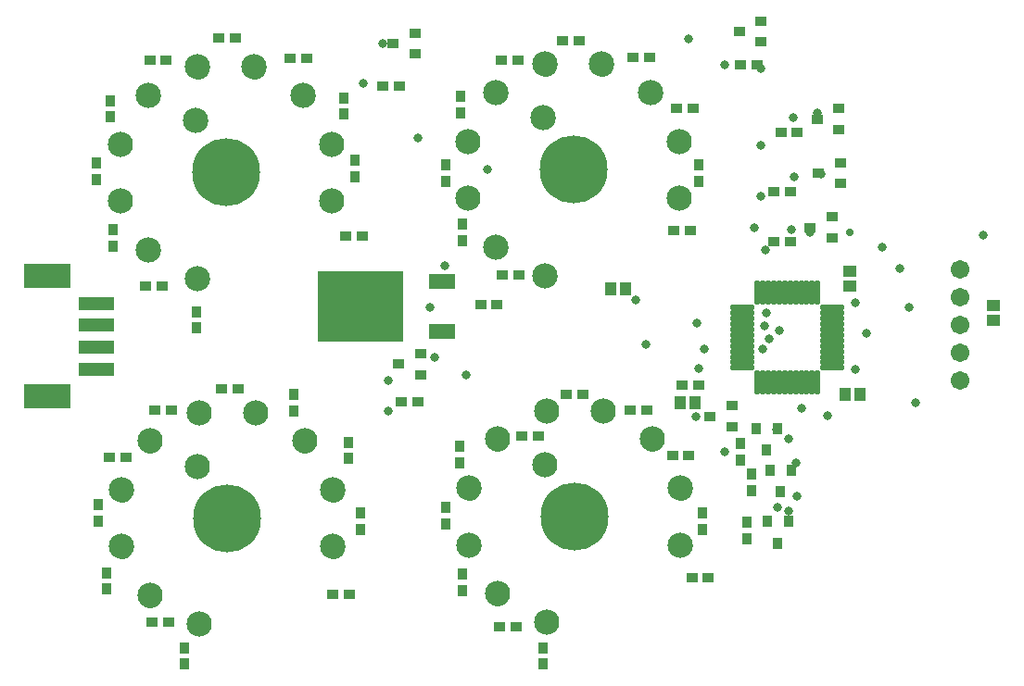
<source format=gbs>
G04*
G04 #@! TF.GenerationSoftware,Altium Limited,Altium Designer,19.0.14 (431)*
G04*
G04 Layer_Color=16711935*
%FSLAX25Y25*%
%MOIN*%
G70*
G01*
G75*
%ADD12C,0.00000*%
%ADD14R,0.03753X0.03950*%
%ADD15R,0.03950X0.03753*%
%ADD16R,0.03556X0.04343*%
%ADD20C,0.24422*%
%ADD21C,0.09068*%
%ADD22C,0.06706*%
%ADD23C,0.03162*%
%ADD24C,0.02800*%
%ADD46R,0.12611X0.04737*%
%ADD47R,0.16548X0.08674*%
%ADD48R,0.04343X0.04737*%
%ADD49O,0.01981X0.09068*%
%ADD50O,0.09068X0.01981*%
%ADD51R,0.04343X0.03556*%
%ADD52R,0.04737X0.04343*%
%ADD53R,0.30800X0.25800*%
%ADD54R,0.09461X0.05524*%
D12*
X-32837Y42810D02*
X-32957Y43799D01*
X-33311Y44731D01*
X-33877Y45552D01*
X-34623Y46212D01*
X-35505Y46676D01*
X-36473Y46914D01*
X-37470D01*
X-38437Y46676D01*
X-39320Y46212D01*
X-40066Y45552D01*
X-40632Y44731D01*
X-40985Y43799D01*
X-41105Y42810D01*
X-40985Y41821D01*
X-40632Y40889D01*
X-40066Y40069D01*
X-39320Y39408D01*
X-38437Y38945D01*
X-37470Y38706D01*
X-36473D01*
X-35505Y38945D01*
X-34623Y39408D01*
X-33877Y40069D01*
X-33311Y40889D01*
X-32957Y41821D01*
X-32837Y42810D01*
X-32837Y63190D02*
X-32957Y64179D01*
X-33310Y65111D01*
X-33877Y65931D01*
X-34622Y66592D01*
X-35505Y67055D01*
X-36473Y67294D01*
X-37469D01*
X-38437Y67055D01*
X-39319Y66592D01*
X-40065Y65931D01*
X-40631Y65111D01*
X-40985Y64179D01*
X-41105Y63190D01*
X-40985Y62200D01*
X-40631Y61269D01*
X-40065Y60448D01*
X-39319Y59787D01*
X-38437Y59324D01*
X-37469Y59086D01*
X-36473D01*
X-35505Y59324D01*
X-34622Y59787D01*
X-33877Y60448D01*
X-33310Y61269D01*
X-32957Y62200D01*
X-32837Y63190D01*
X-43027Y80839D02*
X-43147Y81829D01*
X-43500Y82761D01*
X-44067Y83581D01*
X-44813Y84241D01*
X-45695Y84705D01*
X-46663Y84943D01*
X-47659D01*
X-48627Y84705D01*
X-49509Y84241D01*
X-50255Y83581D01*
X-50821Y82761D01*
X-51175Y81829D01*
X-51295Y80839D01*
X-51175Y79850D01*
X-50821Y78918D01*
X-50255Y78098D01*
X-49509Y77437D01*
X-48627Y76974D01*
X-47659Y76735D01*
X-46663D01*
X-45695Y76974D01*
X-44813Y77437D01*
X-44067Y78098D01*
X-43500Y78918D01*
X-43147Y79850D01*
X-43027Y80839D01*
X-81693Y71753D02*
X-81813Y72742D01*
X-82166Y73674D01*
X-82733Y74494D01*
X-83479Y75155D01*
X-84361Y75618D01*
X-85329Y75857D01*
X-86325D01*
X-87293Y75618D01*
X-88175Y75155D01*
X-88921Y74494D01*
X-89487Y73674D01*
X-89841Y72742D01*
X-89961Y71753D01*
X-89841Y70764D01*
X-89487Y69832D01*
X-88921Y69011D01*
X-88175Y68351D01*
X-87293Y67888D01*
X-86325Y67649D01*
X-85329D01*
X-84361Y67888D01*
X-83479Y68351D01*
X-82733Y69012D01*
X-82166Y69832D01*
X-81813Y70764D01*
X-81693Y71753D01*
X-60676Y91029D02*
X-60796Y92018D01*
X-61150Y92950D01*
X-61716Y93770D01*
X-62462Y94431D01*
X-63344Y94894D01*
X-64312Y95133D01*
X-65308D01*
X-66276Y94894D01*
X-67159Y94431D01*
X-67905Y93770D01*
X-68471Y92950D01*
X-68824Y92018D01*
X-68944Y91029D01*
X-68824Y90039D01*
X-68471Y89108D01*
X-67905Y88287D01*
X-67159Y87627D01*
X-66276Y87163D01*
X-65308Y86925D01*
X-64312D01*
X-63344Y87163D01*
X-62462Y87627D01*
X-61716Y88287D01*
X-61150Y89108D01*
X-60796Y90039D01*
X-60676Y91029D01*
X-81056Y91029D02*
X-81176Y92018D01*
X-81529Y92950D01*
X-82095Y93770D01*
X-82841Y94431D01*
X-83724Y94894D01*
X-84691Y95133D01*
X-85688D01*
X-86656Y94894D01*
X-87538Y94431D01*
X-88284Y93770D01*
X-88850Y92950D01*
X-89204Y92018D01*
X-89324Y91029D01*
X-89204Y90040D01*
X-88850Y89108D01*
X-88284Y88288D01*
X-87538Y87627D01*
X-86656Y87164D01*
X-85688Y86925D01*
X-84691D01*
X-83724Y87164D01*
X-82841Y87627D01*
X-82095Y88288D01*
X-81529Y89108D01*
X-81176Y90040D01*
X-81056Y91029D01*
X-98705Y80839D02*
X-98825Y81828D01*
X-99179Y82760D01*
X-99745Y83580D01*
X-100491Y84241D01*
X-101373Y84704D01*
X-102341Y84943D01*
X-103338D01*
X-104305Y84704D01*
X-105188Y84241D01*
X-105934Y83580D01*
X-106500Y82760D01*
X-106853Y81828D01*
X-106973Y80839D01*
X-106853Y79850D01*
X-106500Y78918D01*
X-105934Y78098D01*
X-105188Y77437D01*
X-104305Y76974D01*
X-103338Y76735D01*
X-102341D01*
X-101373Y76974D01*
X-100491Y77437D01*
X-99745Y78098D01*
X-99179Y78918D01*
X-98825Y79850D01*
X-98705Y80839D01*
X-108895Y63190D02*
X-109015Y64179D01*
X-109368Y65111D01*
X-109934Y65931D01*
X-110680Y66592D01*
X-111563Y67055D01*
X-112531Y67294D01*
X-113527D01*
X-114495Y67055D01*
X-115377Y66592D01*
X-116123Y65931D01*
X-116689Y65111D01*
X-117043Y64179D01*
X-117163Y63190D01*
X-117043Y62200D01*
X-116689Y61269D01*
X-116123Y60448D01*
X-115377Y59788D01*
X-114495Y59324D01*
X-113527Y59086D01*
X-112531D01*
X-111563Y59324D01*
X-110680Y59788D01*
X-109934Y60448D01*
X-109368Y61269D01*
X-109015Y62200D01*
X-108895Y63190D01*
X-108895Y42810D02*
X-109015Y43800D01*
X-109369Y44732D01*
X-109935Y45552D01*
X-110681Y46213D01*
X-111563Y46676D01*
X-112531Y46914D01*
X-113527D01*
X-114495Y46676D01*
X-115377Y46213D01*
X-116123Y45552D01*
X-116690Y44732D01*
X-117043Y43800D01*
X-117163Y42810D01*
X-117043Y41821D01*
X-116690Y40889D01*
X-116123Y40069D01*
X-115377Y39408D01*
X-114495Y38945D01*
X-113527Y38706D01*
X-112531D01*
X-111563Y38945D01*
X-110681Y39408D01*
X-109935Y40069D01*
X-109369Y40889D01*
X-109015Y41821D01*
X-108895Y42810D01*
X-98705Y25161D02*
X-98825Y26150D01*
X-99179Y27082D01*
X-99745Y27902D01*
X-100491Y28563D01*
X-101373Y29026D01*
X-102341Y29265D01*
X-103337D01*
X-104305Y29026D01*
X-105187Y28563D01*
X-105933Y27902D01*
X-106500Y27082D01*
X-106853Y26150D01*
X-106973Y25161D01*
X-106853Y24171D01*
X-106500Y23239D01*
X-105933Y22419D01*
X-105187Y21758D01*
X-104305Y21295D01*
X-103337Y21057D01*
X-102341D01*
X-101373Y21295D01*
X-100491Y21758D01*
X-99745Y22419D01*
X-99179Y23239D01*
X-98825Y24171D01*
X-98705Y25161D01*
X-81056Y14971D02*
X-81176Y15961D01*
X-81529Y16892D01*
X-82095Y17713D01*
X-82841Y18373D01*
X-83724Y18837D01*
X-84692Y19075D01*
X-85688D01*
X-86656Y18837D01*
X-87538Y18373D01*
X-88284Y17713D01*
X-88850Y16892D01*
X-89204Y15961D01*
X-89324Y14971D01*
X-89204Y13982D01*
X-88850Y13050D01*
X-88284Y12230D01*
X-87538Y11569D01*
X-86656Y11106D01*
X-85688Y10867D01*
X-84692D01*
X-83724Y11106D01*
X-82841Y11569D01*
X-82095Y12230D01*
X-81529Y13050D01*
X-81176Y13982D01*
X-81056Y14971D01*
X92663Y-81029D02*
X92543Y-80039D01*
X92189Y-79108D01*
X91623Y-78287D01*
X90877Y-77627D01*
X89995Y-77163D01*
X89027Y-76925D01*
X88030D01*
X87063Y-77163D01*
X86180Y-77627D01*
X85434Y-78287D01*
X84868Y-79108D01*
X84515Y-80039D01*
X84395Y-81029D01*
X84515Y-82018D01*
X84868Y-82950D01*
X85434Y-83770D01*
X86180Y-84431D01*
X87063Y-84894D01*
X88030Y-85133D01*
X89027D01*
X89995Y-84894D01*
X90877Y-84431D01*
X91623Y-83770D01*
X92189Y-82950D01*
X92543Y-82018D01*
X92663Y-81029D01*
X92663Y-60649D02*
X92543Y-59660D01*
X92190Y-58728D01*
X91623Y-57908D01*
X90877Y-57247D01*
X89995Y-56784D01*
X89027Y-56545D01*
X88031D01*
X87063Y-56784D01*
X86181Y-57247D01*
X85435Y-57908D01*
X84869Y-58728D01*
X84515Y-59660D01*
X84395Y-60649D01*
X84515Y-61639D01*
X84869Y-62571D01*
X85435Y-63391D01*
X86181Y-64052D01*
X87063Y-64515D01*
X88031Y-64753D01*
X89027D01*
X89995Y-64515D01*
X90877Y-64052D01*
X91623Y-63391D01*
X92190Y-62571D01*
X92543Y-61639D01*
X92663Y-60649D01*
X82473Y-43000D02*
X82353Y-42010D01*
X82000Y-41078D01*
X81433Y-40258D01*
X80687Y-39597D01*
X79805Y-39134D01*
X78837Y-38896D01*
X77841D01*
X76873Y-39134D01*
X75991Y-39597D01*
X75245Y-40258D01*
X74679Y-41078D01*
X74325Y-42010D01*
X74205Y-43000D01*
X74325Y-43989D01*
X74679Y-44921D01*
X75245Y-45741D01*
X75991Y-46402D01*
X76873Y-46865D01*
X77841Y-47104D01*
X78837D01*
X79805Y-46865D01*
X80687Y-46402D01*
X81433Y-45741D01*
X82000Y-44921D01*
X82353Y-43989D01*
X82473Y-43000D01*
X43807Y-52086D02*
X43687Y-51097D01*
X43334Y-50165D01*
X42767Y-49345D01*
X42021Y-48684D01*
X41139Y-48221D01*
X40171Y-47982D01*
X39175D01*
X38207Y-48221D01*
X37325Y-48684D01*
X36579Y-49345D01*
X36013Y-50165D01*
X35659Y-51097D01*
X35539Y-52086D01*
X35659Y-53075D01*
X36013Y-54007D01*
X36579Y-54827D01*
X37325Y-55488D01*
X38207Y-55951D01*
X39175Y-56190D01*
X40171D01*
X41139Y-55951D01*
X42021Y-55488D01*
X42767Y-54827D01*
X43334Y-54007D01*
X43687Y-53075D01*
X43807Y-52086D01*
X64824Y-32810D02*
X64704Y-31821D01*
X64350Y-30889D01*
X63784Y-30069D01*
X63038Y-29408D01*
X62156Y-28945D01*
X61188Y-28706D01*
X60192D01*
X59224Y-28945D01*
X58341Y-29408D01*
X57595Y-30069D01*
X57029Y-30889D01*
X56676Y-31821D01*
X56556Y-32810D01*
X56676Y-33799D01*
X57029Y-34731D01*
X57595Y-35552D01*
X58341Y-36212D01*
X59224Y-36676D01*
X60192Y-36914D01*
X61188D01*
X62156Y-36676D01*
X63038Y-36212D01*
X63784Y-35552D01*
X64350Y-34731D01*
X64704Y-33799D01*
X64824Y-32810D01*
X44444Y-32810D02*
X44324Y-31821D01*
X43971Y-30889D01*
X43405Y-30069D01*
X42659Y-29408D01*
X41776Y-28945D01*
X40809Y-28706D01*
X39812D01*
X38844Y-28945D01*
X37962Y-29408D01*
X37216Y-30069D01*
X36650Y-30889D01*
X36296Y-31821D01*
X36176Y-32810D01*
X36296Y-33799D01*
X36650Y-34731D01*
X37216Y-35551D01*
X37962Y-36212D01*
X38844Y-36675D01*
X39812Y-36914D01*
X40809D01*
X41776Y-36675D01*
X42659Y-36212D01*
X43405Y-35551D01*
X43971Y-34731D01*
X44324Y-33799D01*
X44444Y-32810D01*
X26795Y-43000D02*
X26675Y-42011D01*
X26321Y-41079D01*
X25755Y-40259D01*
X25009Y-39598D01*
X24127Y-39135D01*
X23159Y-38896D01*
X22162D01*
X21195Y-39135D01*
X20312Y-39598D01*
X19566Y-40259D01*
X19000Y-41079D01*
X18647Y-42011D01*
X18527Y-43000D01*
X18647Y-43989D01*
X19000Y-44921D01*
X19566Y-45741D01*
X20312Y-46402D01*
X21195Y-46865D01*
X22162Y-47104D01*
X23159D01*
X24127Y-46865D01*
X25009Y-46402D01*
X25755Y-45741D01*
X26321Y-44921D01*
X26675Y-43989D01*
X26795Y-43000D01*
X16605Y-60649D02*
X16485Y-59660D01*
X16132Y-58728D01*
X15566Y-57908D01*
X14820Y-57247D01*
X13937Y-56784D01*
X12969Y-56545D01*
X11973D01*
X11005Y-56784D01*
X10123Y-57247D01*
X9377Y-57908D01*
X8811Y-58728D01*
X8457Y-59660D01*
X8337Y-60649D01*
X8457Y-61638D01*
X8811Y-62570D01*
X9377Y-63391D01*
X10123Y-64051D01*
X11005Y-64515D01*
X11973Y-64753D01*
X12969D01*
X13937Y-64515D01*
X14820Y-64051D01*
X15566Y-63391D01*
X16132Y-62570D01*
X16485Y-61638D01*
X16605Y-60649D01*
X16605Y-81029D02*
X16485Y-80039D01*
X16131Y-79107D01*
X15565Y-78287D01*
X14819Y-77627D01*
X13937Y-77163D01*
X12969Y-76925D01*
X11973D01*
X11005Y-77163D01*
X10123Y-77627D01*
X9377Y-78287D01*
X8810Y-79107D01*
X8457Y-80039D01*
X8337Y-81029D01*
X8457Y-82018D01*
X8811Y-82950D01*
X9377Y-83770D01*
X10123Y-84431D01*
X11005Y-84894D01*
X11973Y-85133D01*
X12969D01*
X13937Y-84894D01*
X14819Y-84431D01*
X15565Y-83770D01*
X16131Y-82950D01*
X16485Y-82018D01*
X16605Y-81029D01*
X26795Y-98678D02*
X26675Y-97689D01*
X26321Y-96757D01*
X25755Y-95937D01*
X25009Y-95276D01*
X24127Y-94813D01*
X23159Y-94574D01*
X22163D01*
X21195Y-94813D01*
X20312Y-95276D01*
X19567Y-95937D01*
X19000Y-96757D01*
X18647Y-97689D01*
X18527Y-98678D01*
X18647Y-99668D01*
X19001Y-100600D01*
X19567Y-101420D01*
X20312Y-102081D01*
X21195Y-102544D01*
X22163Y-102782D01*
X23159D01*
X24127Y-102544D01*
X25009Y-102081D01*
X25755Y-101420D01*
X26321Y-100600D01*
X26675Y-99668D01*
X26795Y-98678D01*
X44444Y-108868D02*
X44324Y-107878D01*
X43971Y-106947D01*
X43405Y-106126D01*
X42659Y-105466D01*
X41776Y-105002D01*
X40808Y-104764D01*
X39812D01*
X38844Y-105002D01*
X37962Y-105466D01*
X37216Y-106126D01*
X36650Y-106947D01*
X36296Y-107878D01*
X36176Y-108868D01*
X36296Y-109857D01*
X36650Y-110789D01*
X37216Y-111609D01*
X37962Y-112270D01*
X38844Y-112733D01*
X39812Y-112972D01*
X40808D01*
X41776Y-112733D01*
X42659Y-112270D01*
X43405Y-111609D01*
X43971Y-110789D01*
X44324Y-109857D01*
X44444Y-108868D01*
X-80556Y-109529D02*
X-80676Y-108539D01*
X-81029Y-107608D01*
X-81595Y-106787D01*
X-82341Y-106127D01*
X-83224Y-105663D01*
X-84192Y-105425D01*
X-85188D01*
X-86156Y-105663D01*
X-87038Y-106127D01*
X-87784Y-106787D01*
X-88350Y-107608D01*
X-88704Y-108539D01*
X-88824Y-109529D01*
X-88704Y-110518D01*
X-88350Y-111450D01*
X-87784Y-112270D01*
X-87038Y-112931D01*
X-86156Y-113394D01*
X-85188Y-113633D01*
X-84192D01*
X-83224Y-113394D01*
X-82341Y-112931D01*
X-81595Y-112270D01*
X-81029Y-111450D01*
X-80676Y-110518D01*
X-80556Y-109529D01*
X-98205Y-99339D02*
X-98325Y-98350D01*
X-98679Y-97418D01*
X-99245Y-96598D01*
X-99991Y-95937D01*
X-100873Y-95474D01*
X-101841Y-95235D01*
X-102837D01*
X-103805Y-95474D01*
X-104688Y-95937D01*
X-105433Y-96598D01*
X-106000Y-97418D01*
X-106353Y-98350D01*
X-106473Y-99339D01*
X-106353Y-100329D01*
X-106000Y-101260D01*
X-105433Y-102081D01*
X-104688Y-102742D01*
X-103805Y-103205D01*
X-102837Y-103443D01*
X-101841D01*
X-100873Y-103205D01*
X-99991Y-102742D01*
X-99245Y-102081D01*
X-98679Y-101260D01*
X-98325Y-100329D01*
X-98205Y-99339D01*
X-108395Y-81690D02*
X-108515Y-80700D01*
X-108869Y-79769D01*
X-109435Y-78948D01*
X-110181Y-78288D01*
X-111063Y-77824D01*
X-112031Y-77586D01*
X-113027D01*
X-113995Y-77824D01*
X-114877Y-78288D01*
X-115623Y-78948D01*
X-116190Y-79769D01*
X-116543Y-80700D01*
X-116663Y-81690D01*
X-116543Y-82679D01*
X-116190Y-83611D01*
X-115623Y-84431D01*
X-114877Y-85092D01*
X-113995Y-85555D01*
X-113027Y-85794D01*
X-112031D01*
X-111063Y-85555D01*
X-110181Y-85092D01*
X-109435Y-84431D01*
X-108869Y-83611D01*
X-108515Y-82679D01*
X-108395Y-81690D01*
X-108395Y-61310D02*
X-108515Y-60321D01*
X-108868Y-59389D01*
X-109434Y-58569D01*
X-110180Y-57908D01*
X-111063Y-57445D01*
X-112030Y-57206D01*
X-113027D01*
X-113995Y-57445D01*
X-114877Y-57908D01*
X-115623Y-58569D01*
X-116189Y-59389D01*
X-116543Y-60321D01*
X-116663Y-61310D01*
X-116543Y-62300D01*
X-116189Y-63231D01*
X-115623Y-64052D01*
X-114877Y-64712D01*
X-113995Y-65176D01*
X-113027Y-65414D01*
X-112030D01*
X-111063Y-65176D01*
X-110180Y-64712D01*
X-109434Y-64052D01*
X-108868Y-63231D01*
X-108515Y-62300D01*
X-108395Y-61310D01*
X-98205Y-43661D02*
X-98325Y-42672D01*
X-98679Y-41740D01*
X-99245Y-40920D01*
X-99991Y-40259D01*
X-100873Y-39796D01*
X-101841Y-39557D01*
X-102838D01*
X-103805Y-39796D01*
X-104688Y-40259D01*
X-105434Y-40920D01*
X-106000Y-41740D01*
X-106353Y-42672D01*
X-106473Y-43661D01*
X-106353Y-44650D01*
X-106000Y-45582D01*
X-105434Y-46402D01*
X-104688Y-47063D01*
X-103805Y-47526D01*
X-102838Y-47765D01*
X-101841D01*
X-100873Y-47526D01*
X-99991Y-47063D01*
X-99245Y-46402D01*
X-98679Y-45582D01*
X-98325Y-44650D01*
X-98205Y-43661D01*
X-80556Y-33471D02*
X-80676Y-32482D01*
X-81029Y-31550D01*
X-81595Y-30730D01*
X-82341Y-30069D01*
X-83224Y-29606D01*
X-84191Y-29367D01*
X-85188D01*
X-86156Y-29606D01*
X-87038Y-30069D01*
X-87784Y-30730D01*
X-88350Y-31550D01*
X-88704Y-32482D01*
X-88824Y-33471D01*
X-88704Y-34460D01*
X-88350Y-35392D01*
X-87784Y-36212D01*
X-87038Y-36873D01*
X-86156Y-37336D01*
X-85188Y-37575D01*
X-84191D01*
X-83224Y-37336D01*
X-82341Y-36873D01*
X-81595Y-36212D01*
X-81029Y-35392D01*
X-80676Y-34460D01*
X-80556Y-33471D01*
X-60176Y-33471D02*
X-60296Y-32482D01*
X-60650Y-31550D01*
X-61216Y-30730D01*
X-61962Y-30069D01*
X-62844Y-29606D01*
X-63812Y-29367D01*
X-64808D01*
X-65776Y-29606D01*
X-66659Y-30069D01*
X-67405Y-30730D01*
X-67971Y-31550D01*
X-68324Y-32482D01*
X-68444Y-33471D01*
X-68324Y-34461D01*
X-67971Y-35392D01*
X-67405Y-36213D01*
X-66659Y-36873D01*
X-65776Y-37337D01*
X-64808Y-37575D01*
X-63812D01*
X-62844Y-37337D01*
X-61962Y-36873D01*
X-61216Y-36213D01*
X-60650Y-35392D01*
X-60296Y-34460D01*
X-60176Y-33471D01*
X-81193Y-52747D02*
X-81313Y-51758D01*
X-81666Y-50826D01*
X-82233Y-50006D01*
X-82979Y-49345D01*
X-83861Y-48882D01*
X-84829Y-48643D01*
X-85825D01*
X-86793Y-48882D01*
X-87675Y-49345D01*
X-88421Y-50006D01*
X-88987Y-50826D01*
X-89341Y-51758D01*
X-89461Y-52747D01*
X-89341Y-53736D01*
X-88987Y-54668D01*
X-88421Y-55489D01*
X-87675Y-56149D01*
X-86793Y-56612D01*
X-85825Y-56851D01*
X-84829D01*
X-83861Y-56612D01*
X-82979Y-56149D01*
X-82233Y-55488D01*
X-81666Y-54668D01*
X-81313Y-53736D01*
X-81193Y-52747D01*
X-42527Y-43661D02*
X-42647Y-42671D01*
X-43000Y-41739D01*
X-43567Y-40919D01*
X-44313Y-40258D01*
X-45195Y-39795D01*
X-46163Y-39557D01*
X-47159D01*
X-48127Y-39795D01*
X-49009Y-40258D01*
X-49755Y-40919D01*
X-50321Y-41739D01*
X-50675Y-42671D01*
X-50795Y-43661D01*
X-50675Y-44650D01*
X-50321Y-45582D01*
X-49755Y-46402D01*
X-49009Y-47063D01*
X-48127Y-47526D01*
X-47159Y-47765D01*
X-46163D01*
X-45195Y-47526D01*
X-44313Y-47063D01*
X-43567Y-46402D01*
X-43000Y-45582D01*
X-42647Y-44650D01*
X-42527Y-43661D01*
X-32337Y-61310D02*
X-32457Y-60321D01*
X-32810Y-59389D01*
X-33377Y-58569D01*
X-34122Y-57908D01*
X-35005Y-57445D01*
X-35973Y-57206D01*
X-36969D01*
X-37937Y-57445D01*
X-38819Y-57908D01*
X-39565Y-58569D01*
X-40131Y-59389D01*
X-40485Y-60321D01*
X-40605Y-61310D01*
X-40485Y-62300D01*
X-40131Y-63231D01*
X-39565Y-64052D01*
X-38819Y-64713D01*
X-37937Y-65176D01*
X-36969Y-65414D01*
X-35973D01*
X-35005Y-65176D01*
X-34122Y-64713D01*
X-33377Y-64052D01*
X-32810Y-63231D01*
X-32457Y-62300D01*
X-32337Y-61310D01*
X-32337Y-81690D02*
X-32457Y-80700D01*
X-32811Y-79769D01*
X-33377Y-78948D01*
X-34123Y-78288D01*
X-35005Y-77824D01*
X-35973Y-77586D01*
X-36970D01*
X-37937Y-77824D01*
X-38820Y-78288D01*
X-39566Y-78948D01*
X-40132Y-79769D01*
X-40485Y-80700D01*
X-40605Y-81690D01*
X-40485Y-82679D01*
X-40132Y-83611D01*
X-39566Y-84431D01*
X-38820Y-85092D01*
X-37937Y-85555D01*
X-36970Y-85794D01*
X-35973D01*
X-35005Y-85555D01*
X-34123Y-85092D01*
X-33377Y-84431D01*
X-32811Y-83611D01*
X-32457Y-82679D01*
X-32337Y-81690D01*
X43944Y15971D02*
X43824Y16961D01*
X43471Y17892D01*
X42905Y18713D01*
X42159Y19373D01*
X41276Y19837D01*
X40308Y20075D01*
X39312D01*
X38344Y19837D01*
X37462Y19373D01*
X36716Y18713D01*
X36150Y17892D01*
X35796Y16961D01*
X35676Y15971D01*
X35796Y14982D01*
X36150Y14050D01*
X36716Y13230D01*
X37462Y12569D01*
X38344Y12106D01*
X39312Y11867D01*
X40308D01*
X41276Y12106D01*
X42159Y12569D01*
X42905Y13230D01*
X43471Y14050D01*
X43824Y14982D01*
X43944Y15971D01*
X26295Y26161D02*
X26175Y27150D01*
X25821Y28082D01*
X25255Y28902D01*
X24509Y29563D01*
X23627Y30026D01*
X22659Y30265D01*
X21663D01*
X20695Y30026D01*
X19813Y29563D01*
X19067Y28902D01*
X18500Y28082D01*
X18147Y27150D01*
X18027Y26161D01*
X18147Y25171D01*
X18500Y24239D01*
X19067Y23419D01*
X19813Y22759D01*
X20695Y22295D01*
X21663Y22057D01*
X22659D01*
X23627Y22295D01*
X24509Y22759D01*
X25255Y23419D01*
X25821Y24239D01*
X26175Y25171D01*
X26295Y26161D01*
X16105Y43810D02*
X15985Y44800D01*
X15631Y45731D01*
X15065Y46552D01*
X14319Y47212D01*
X13437Y47676D01*
X12469Y47914D01*
X11473D01*
X10505Y47676D01*
X9623Y47212D01*
X8877Y46552D01*
X8310Y45731D01*
X7957Y44800D01*
X7837Y43810D01*
X7957Y42821D01*
X8310Y41889D01*
X8877Y41069D01*
X9623Y40408D01*
X10505Y39945D01*
X11473Y39706D01*
X12469D01*
X13437Y39945D01*
X14319Y40408D01*
X15065Y41069D01*
X15631Y41889D01*
X15985Y42821D01*
X16105Y43810D01*
X16105Y64190D02*
X15985Y65179D01*
X15632Y66111D01*
X15066Y66931D01*
X14320Y67592D01*
X13437Y68055D01*
X12470Y68294D01*
X11473D01*
X10505Y68055D01*
X9623Y67592D01*
X8877Y66931D01*
X8311Y66111D01*
X7957Y65179D01*
X7837Y64190D01*
X7957Y63200D01*
X8311Y62269D01*
X8877Y61448D01*
X9623Y60788D01*
X10505Y60324D01*
X11473Y60086D01*
X12470D01*
X13437Y60324D01*
X14320Y60788D01*
X15066Y61448D01*
X15632Y62269D01*
X15985Y63200D01*
X16105Y64190D01*
X26295Y81839D02*
X26175Y82828D01*
X25821Y83760D01*
X25255Y84580D01*
X24509Y85241D01*
X23627Y85704D01*
X22659Y85943D01*
X21662D01*
X20695Y85704D01*
X19812Y85241D01*
X19066Y84580D01*
X18500Y83760D01*
X18147Y82828D01*
X18027Y81839D01*
X18147Y80850D01*
X18500Y79918D01*
X19066Y79098D01*
X19812Y78437D01*
X20695Y77974D01*
X21662Y77735D01*
X22659D01*
X23627Y77974D01*
X24509Y78437D01*
X25255Y79098D01*
X25821Y79918D01*
X26175Y80850D01*
X26295Y81839D01*
X43944Y92029D02*
X43824Y93018D01*
X43471Y93950D01*
X42905Y94770D01*
X42159Y95431D01*
X41276Y95894D01*
X40309Y96133D01*
X39312D01*
X38344Y95894D01*
X37462Y95431D01*
X36716Y94770D01*
X36150Y93950D01*
X35796Y93018D01*
X35676Y92029D01*
X35796Y91040D01*
X36150Y90108D01*
X36716Y89288D01*
X37462Y88627D01*
X38344Y88164D01*
X39312Y87925D01*
X40309D01*
X41276Y88164D01*
X42159Y88627D01*
X42905Y89288D01*
X43471Y90108D01*
X43824Y91040D01*
X43944Y92029D01*
X64324Y92029D02*
X64204Y93018D01*
X63850Y93950D01*
X63284Y94770D01*
X62538Y95431D01*
X61656Y95894D01*
X60688Y96133D01*
X59692D01*
X58724Y95894D01*
X57841Y95431D01*
X57095Y94770D01*
X56529Y93950D01*
X56176Y93018D01*
X56056Y92029D01*
X56176Y91039D01*
X56529Y90108D01*
X57095Y89287D01*
X57841Y88627D01*
X58724Y88163D01*
X59692Y87925D01*
X60688D01*
X61656Y88163D01*
X62538Y88627D01*
X63284Y89287D01*
X63850Y90108D01*
X64204Y91040D01*
X64324Y92029D01*
X43307Y72753D02*
X43187Y73742D01*
X42834Y74674D01*
X42267Y75494D01*
X41521Y76155D01*
X40639Y76618D01*
X39671Y76857D01*
X38675D01*
X37707Y76618D01*
X36825Y76155D01*
X36079Y75494D01*
X35513Y74674D01*
X35159Y73742D01*
X35039Y72753D01*
X35159Y71764D01*
X35513Y70832D01*
X36079Y70012D01*
X36825Y69351D01*
X37707Y68888D01*
X38675Y68649D01*
X39671D01*
X40639Y68888D01*
X41521Y69351D01*
X42267Y70012D01*
X42834Y70832D01*
X43187Y71764D01*
X43307Y72753D01*
X81973Y81839D02*
X81853Y82829D01*
X81500Y83760D01*
X80933Y84581D01*
X80187Y85242D01*
X79305Y85705D01*
X78337Y85943D01*
X77341D01*
X76373Y85705D01*
X75491Y85242D01*
X74745Y84581D01*
X74179Y83760D01*
X73825Y82829D01*
X73705Y81839D01*
X73825Y80850D01*
X74179Y79918D01*
X74745Y79098D01*
X75491Y78437D01*
X76373Y77974D01*
X77341Y77735D01*
X78337D01*
X79305Y77974D01*
X80187Y78437D01*
X80933Y79098D01*
X81500Y79918D01*
X81853Y80850D01*
X81973Y81839D01*
X92163Y64190D02*
X92043Y65179D01*
X91690Y66111D01*
X91123Y66931D01*
X90377Y67592D01*
X89495Y68055D01*
X88527Y68294D01*
X87531D01*
X86563Y68055D01*
X85681Y67592D01*
X84935Y66931D01*
X84369Y66111D01*
X84015Y65179D01*
X83895Y64190D01*
X84015Y63200D01*
X84369Y62269D01*
X84935Y61448D01*
X85681Y60787D01*
X86563Y60324D01*
X87531Y60086D01*
X88527D01*
X89495Y60324D01*
X90377Y60787D01*
X91123Y61448D01*
X91690Y62269D01*
X92043Y63200D01*
X92163Y64190D01*
X92163Y43810D02*
X92043Y44800D01*
X91689Y45731D01*
X91123Y46552D01*
X90377Y47212D01*
X89495Y47676D01*
X88527Y47914D01*
X87530D01*
X86563Y47676D01*
X85680Y47212D01*
X84934Y46552D01*
X84368Y45731D01*
X84015Y44800D01*
X83895Y43810D01*
X84015Y42821D01*
X84368Y41889D01*
X84934Y41069D01*
X85680Y40408D01*
X86563Y39945D01*
X87530Y39706D01*
X88527D01*
X89495Y39945D01*
X90377Y40408D01*
X91123Y41069D01*
X91689Y41889D01*
X92043Y42821D01*
X92163Y43810D01*
D14*
X110000Y-50453D02*
D03*
Y-44547D02*
D03*
X112500Y-73000D02*
D03*
Y-78905D02*
D03*
X114000Y-55547D02*
D03*
Y-61453D02*
D03*
X-116500Y78905D02*
D03*
Y73000D02*
D03*
X9500Y80405D02*
D03*
Y74500D02*
D03*
X-90000Y-118047D02*
D03*
Y-123953D02*
D03*
X39173Y-118095D02*
D03*
Y-124000D02*
D03*
X-85500Y2905D02*
D03*
Y-3000D02*
D03*
X-115500Y32453D02*
D03*
Y26547D02*
D03*
X-28500Y57500D02*
D03*
Y51595D02*
D03*
X10000Y34453D02*
D03*
Y28547D02*
D03*
X94906Y55693D02*
D03*
Y49787D02*
D03*
X-121500Y56500D02*
D03*
Y50595D02*
D03*
X-32500Y79953D02*
D03*
Y74047D02*
D03*
X4000Y55693D02*
D03*
Y49787D02*
D03*
X-118000Y-91047D02*
D03*
Y-96953D02*
D03*
X-26500Y-69500D02*
D03*
Y-75406D02*
D03*
X10000Y-91500D02*
D03*
Y-97405D02*
D03*
X96500Y-69500D02*
D03*
Y-75406D02*
D03*
X-121000Y-66547D02*
D03*
Y-72453D02*
D03*
X-31067Y-44047D02*
D03*
Y-49953D02*
D03*
X4000Y-67547D02*
D03*
Y-73453D02*
D03*
X-50500Y-32906D02*
D03*
Y-27000D02*
D03*
X9000Y-45547D02*
D03*
Y-51453D02*
D03*
D15*
X-6047Y-29500D02*
D03*
X-11953D02*
D03*
X115953Y91898D02*
D03*
X110047D02*
D03*
X89000Y-23500D02*
D03*
X94906D02*
D03*
X127984Y46000D02*
D03*
X122079D02*
D03*
X130500Y67500D02*
D03*
X124594D02*
D03*
X-18453Y84000D02*
D03*
X-12547D02*
D03*
X128000Y28000D02*
D03*
X122095D02*
D03*
X22500Y5500D02*
D03*
X16594D02*
D03*
X24547Y16000D02*
D03*
X30453D02*
D03*
X86094Y32000D02*
D03*
X92000D02*
D03*
X-31953Y30000D02*
D03*
X-26047D02*
D03*
X-96434Y93500D02*
D03*
X-102339D02*
D03*
X-71547Y101500D02*
D03*
X-77453D02*
D03*
X-46095Y94000D02*
D03*
X-52000D02*
D03*
X29953Y93500D02*
D03*
X24047D02*
D03*
X52000Y100500D02*
D03*
X46095D02*
D03*
X77406Y94500D02*
D03*
X71500D02*
D03*
X-101500Y-109000D02*
D03*
X-95595D02*
D03*
X-36453Y-99000D02*
D03*
X-30547D02*
D03*
X23547Y-110500D02*
D03*
X29453D02*
D03*
X92594Y-93000D02*
D03*
X98500D02*
D03*
X-104000Y12185D02*
D03*
X-98094D02*
D03*
X87047Y76000D02*
D03*
X92953D02*
D03*
X-94547Y-32500D02*
D03*
X-100453D02*
D03*
X-111076Y-49500D02*
D03*
X-116982D02*
D03*
X85576Y-49000D02*
D03*
X91482D02*
D03*
X-70547Y-25000D02*
D03*
X-76453D02*
D03*
X37453Y-42000D02*
D03*
X31547D02*
D03*
X76406Y-32500D02*
D03*
X70500D02*
D03*
X53453Y-27000D02*
D03*
X47547D02*
D03*
D16*
X119760Y-72563D02*
D03*
X127240D02*
D03*
X123500Y-80437D02*
D03*
X115760Y-39063D02*
D03*
X123240D02*
D03*
X119500Y-46937D02*
D03*
X120760Y-54063D02*
D03*
X128240D02*
D03*
X124500Y-61937D02*
D03*
D20*
X50500Y-70839D02*
D03*
X50000Y54000D02*
D03*
X-75000Y53000D02*
D03*
X-74500Y-71500D02*
D03*
D21*
X-85190Y14971D02*
D03*
X-102839Y25161D02*
D03*
X-113029Y42810D02*
D03*
X-113029Y63190D02*
D03*
X-102839Y80839D02*
D03*
X-85190Y91029D02*
D03*
X-64810Y91029D02*
D03*
X-47161Y80839D02*
D03*
X-36971Y63190D02*
D03*
X-36971Y42810D02*
D03*
X-85827Y71753D02*
D03*
X40310Y-108868D02*
D03*
X22661Y-98678D02*
D03*
X12471Y-81029D02*
D03*
X12471Y-60649D02*
D03*
X22661Y-43000D02*
D03*
X40310Y-32810D02*
D03*
X60690Y-32810D02*
D03*
X78339Y-43000D02*
D03*
X88529Y-60649D02*
D03*
X88529Y-81029D02*
D03*
X39673Y-52086D02*
D03*
X-85327Y-52747D02*
D03*
X-36471Y-81690D02*
D03*
X-36471Y-61310D02*
D03*
X-46661Y-43661D02*
D03*
X-64310Y-33471D02*
D03*
X-84690Y-33471D02*
D03*
X-102339Y-43661D02*
D03*
X-112529Y-61310D02*
D03*
X-112529Y-81690D02*
D03*
X-102339Y-99339D02*
D03*
X-84690Y-109529D02*
D03*
X39173Y72753D02*
D03*
X88029Y43810D02*
D03*
X88029Y64190D02*
D03*
X77839Y81839D02*
D03*
X60190Y92029D02*
D03*
X39810Y92029D02*
D03*
X22161Y81839D02*
D03*
X11971Y64190D02*
D03*
X11971Y43810D02*
D03*
X22161Y26161D02*
D03*
X39810Y15971D02*
D03*
D22*
X189000Y18000D02*
D03*
Y8000D02*
D03*
Y-2000D02*
D03*
Y-12000D02*
D03*
Y-22000D02*
D03*
D23*
X94126Y-34740D02*
D03*
X-16500Y-22000D02*
D03*
X76000Y-9000D02*
D03*
X72500Y7063D02*
D03*
X127240Y-68830D02*
D03*
X119176Y25161D02*
D03*
X118679Y-2071D02*
D03*
X-120811Y-10500D02*
D03*
X-122743Y-1250D02*
D03*
X-124026Y5952D02*
D03*
X137626Y74374D02*
D03*
X119500Y2358D02*
D03*
X124047Y-4000D02*
D03*
X-16500Y-32810D02*
D03*
X129500Y51500D02*
D03*
X0Y-13500D02*
D03*
X128240Y32453D02*
D03*
X151500Y6000D02*
D03*
X167378Y18500D02*
D03*
X161047Y26000D02*
D03*
X94906Y-17594D02*
D03*
X91500Y101000D02*
D03*
X11500Y-20000D02*
D03*
X-1500Y4417D02*
D03*
X117500Y90398D02*
D03*
Y62906D02*
D03*
X115032Y33142D02*
D03*
X117500Y44500D02*
D03*
X3839Y19417D02*
D03*
X135126Y31626D02*
D03*
X139000Y52500D02*
D03*
X129000Y72753D02*
D03*
X197500Y30500D02*
D03*
X130500Y-63500D02*
D03*
X151500Y-18000D02*
D03*
X141500Y-34602D02*
D03*
X129953Y-51453D02*
D03*
X127500Y-43000D02*
D03*
X123240Y-67547D02*
D03*
X123000Y-39500D02*
D03*
X104500Y-47500D02*
D03*
X-25500Y85000D02*
D03*
X-18500Y99500D02*
D03*
X-6000Y65500D02*
D03*
X19000Y54000D02*
D03*
X97000Y-10500D02*
D03*
X118000D02*
D03*
X120500Y-7000D02*
D03*
X94250Y-1250D02*
D03*
X104398Y91898D02*
D03*
X173000Y-30000D02*
D03*
X155500Y-5000D02*
D03*
X170610Y4327D02*
D03*
X132000Y-32000D02*
D03*
D24*
X149500Y31327D02*
D03*
D46*
X-121500Y-17748D02*
D03*
Y-9874D02*
D03*
Y5874D02*
D03*
Y-2000D02*
D03*
D47*
X-139217Y-27591D02*
D03*
Y15717D02*
D03*
D48*
X88500Y-29874D02*
D03*
X93815D02*
D03*
X68657Y11306D02*
D03*
X63342D02*
D03*
X147843Y-27000D02*
D03*
X153157D02*
D03*
D49*
X116173Y-22642D02*
D03*
X118142D02*
D03*
X120110D02*
D03*
X122079D02*
D03*
X124047D02*
D03*
X126016D02*
D03*
X127984D02*
D03*
X129953D02*
D03*
X131921D02*
D03*
X133890D02*
D03*
X135858D02*
D03*
X137827D02*
D03*
Y9642D02*
D03*
X135858D02*
D03*
X133890D02*
D03*
X131921D02*
D03*
X129953D02*
D03*
X127984D02*
D03*
X126016D02*
D03*
X124047D02*
D03*
X122079D02*
D03*
X120110D02*
D03*
X118142D02*
D03*
X116173D02*
D03*
D50*
X143142Y-17327D02*
D03*
Y-15358D02*
D03*
Y-13390D02*
D03*
Y-11421D02*
D03*
Y-9453D02*
D03*
Y-7484D02*
D03*
Y-5516D02*
D03*
Y-3547D02*
D03*
Y-1579D02*
D03*
Y390D02*
D03*
Y2358D02*
D03*
Y4327D02*
D03*
X110858D02*
D03*
Y2358D02*
D03*
Y390D02*
D03*
Y-1579D02*
D03*
Y-3547D02*
D03*
Y-5516D02*
D03*
Y-7484D02*
D03*
Y-9453D02*
D03*
Y-11421D02*
D03*
Y-13390D02*
D03*
Y-15358D02*
D03*
Y-17327D02*
D03*
D51*
X107000Y-31000D02*
D03*
Y-38480D02*
D03*
X99126Y-34740D02*
D03*
X117500Y107500D02*
D03*
Y100020D02*
D03*
X109626Y103760D02*
D03*
X137626Y72240D02*
D03*
X145500Y68500D02*
D03*
Y75980D02*
D03*
X138126Y52740D02*
D03*
X146000Y49000D02*
D03*
Y56480D02*
D03*
X143000Y36980D02*
D03*
Y29500D02*
D03*
X135126Y33240D02*
D03*
X-7063Y103240D02*
D03*
Y95760D02*
D03*
X-14937Y99500D02*
D03*
X-5063Y-12260D02*
D03*
Y-19740D02*
D03*
X-12937Y-16000D02*
D03*
D52*
X201000Y-158D02*
D03*
Y5158D02*
D03*
X149500Y12185D02*
D03*
Y17500D02*
D03*
D53*
X-26465Y4834D02*
D03*
D54*
X2669Y13889D02*
D03*
Y-4221D02*
D03*
M02*

</source>
